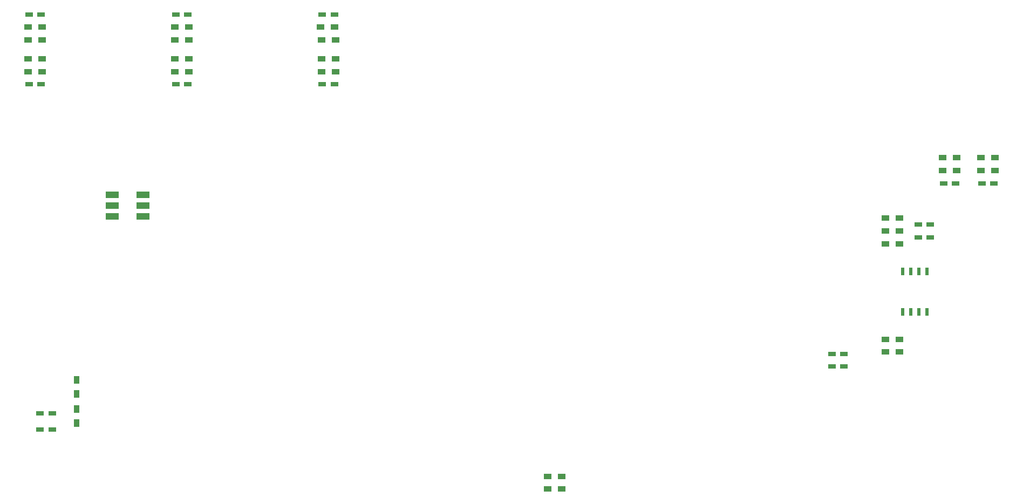
<source format=gbr>
G04 #@! TF.FileFunction,Paste,Bot*
%FSLAX46Y46*%
G04 Gerber Fmt 4.6, Leading zero omitted, Abs format (unit mm)*
G04 Created by KiCad (PCBNEW 4.0.6+dfsg1-1) date Mon Apr  2 21:34:36 2018*
%MOMM*%
%LPD*%
G01*
G04 APERTURE LIST*
%ADD10C,0.100000*%
%ADD11R,1.200000X0.750000*%
%ADD12R,2.000000X1.100000*%
%ADD13R,1.200000X0.900000*%
%ADD14R,0.900000X1.200000*%
%ADD15R,0.508000X1.143000*%
G04 APERTURE END LIST*
D10*
D11*
X29550000Y-97000000D03*
X31450000Y-97000000D03*
X52550000Y-97000000D03*
X54450000Y-97000000D03*
X29550000Y-86000000D03*
X31450000Y-86000000D03*
X52550000Y-86000000D03*
X54450000Y-86000000D03*
X75550000Y-97000000D03*
X77450000Y-97000000D03*
X173050000Y-112500000D03*
X174950000Y-112500000D03*
X157434588Y-139277576D03*
X155534588Y-139277576D03*
X157434588Y-141277576D03*
X155534588Y-141277576D03*
X75550000Y-86000000D03*
X77450000Y-86000000D03*
X179050000Y-112500000D03*
X180950000Y-112500000D03*
X170950000Y-121000000D03*
X169050000Y-121000000D03*
X170950000Y-119000000D03*
X169050000Y-119000000D03*
D12*
X42600000Y-114299999D03*
X42600002Y-116000000D03*
X42600000Y-117700000D03*
X47400000Y-117700001D03*
X47399998Y-116000000D03*
X47400000Y-114300000D03*
D13*
X166100000Y-122000000D03*
X163900000Y-122000000D03*
D14*
X37000000Y-150100000D03*
X37000000Y-147900000D03*
X37000000Y-145600000D03*
X37000000Y-143400000D03*
D13*
X163900000Y-139000000D03*
X166100000Y-139000000D03*
X163900000Y-120000000D03*
X166100000Y-120000000D03*
X31600000Y-95000000D03*
X29400000Y-95000000D03*
X54600000Y-95000000D03*
X52400000Y-95000000D03*
X29400000Y-93000000D03*
X31600000Y-93000000D03*
X52400000Y-93000000D03*
X54600000Y-93000000D03*
X29400000Y-90000000D03*
X31600000Y-90000000D03*
X52400000Y-90000000D03*
X54600000Y-90000000D03*
X29400000Y-88000000D03*
X31600000Y-88000000D03*
X52400000Y-88000000D03*
X54600000Y-88000000D03*
X77600000Y-95000000D03*
X75400000Y-95000000D03*
X175100000Y-110500000D03*
X172900000Y-110500000D03*
X75400000Y-93000000D03*
X77600000Y-93000000D03*
X172900000Y-108500000D03*
X175100000Y-108500000D03*
X75400000Y-90000000D03*
X77600000Y-90000000D03*
X178900000Y-108500000D03*
X181100000Y-108500000D03*
X75300000Y-88000000D03*
X77500000Y-88000000D03*
X178900000Y-110500000D03*
X181100000Y-110500000D03*
X166100000Y-137000000D03*
X163900000Y-137000000D03*
X163900000Y-118000000D03*
X166100000Y-118000000D03*
X110900000Y-158500000D03*
X113100000Y-158500000D03*
X110900000Y-160500000D03*
X113100000Y-160500000D03*
D15*
X166595000Y-132675000D03*
X167865000Y-132675000D03*
X169135000Y-132675000D03*
X170405000Y-132675000D03*
X170405000Y-126325000D03*
X169135000Y-126325000D03*
X167865000Y-126325000D03*
X166595000Y-126325000D03*
D11*
X33183814Y-148640702D03*
X31283814Y-148640702D03*
X33183814Y-151140702D03*
X31283814Y-151140702D03*
M02*

</source>
